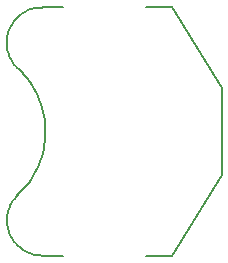
<source format=gbo>
G75*
G70*
%OFA0B0*%
%FSLAX24Y24*%
%IPPOS*%
%LPD*%
%AMOC8*
5,1,8,0,0,1.08239X$1,22.5*
%
%ADD10C,0.0080*%
D10*
X002072Y001022D02*
X002780Y001022D01*
X002072Y001022D02*
X002004Y001024D01*
X001938Y001031D01*
X001871Y001041D01*
X001806Y001055D01*
X001741Y001072D01*
X001677Y001093D01*
X001615Y001118D01*
X001554Y001146D01*
X001495Y001178D01*
X001437Y001213D01*
X001382Y001251D01*
X001329Y001293D01*
X001279Y001337D01*
X001231Y001384D01*
X001186Y001434D01*
X001144Y001486D01*
X001105Y001540D01*
X001069Y001597D01*
X001036Y001655D01*
X001006Y001716D01*
X000981Y001778D01*
X000958Y001841D01*
X000940Y001906D01*
X000925Y001971D01*
X000913Y002037D01*
X000906Y002104D01*
X000902Y002171D01*
X000903Y002238D01*
X000907Y002305D01*
X000914Y002372D01*
X000926Y002438D01*
X000941Y002503D01*
X000960Y002567D01*
X000983Y002631D01*
X001009Y002692D01*
X001039Y002753D01*
X001072Y002811D01*
X001108Y002867D01*
X001148Y002922D01*
X001190Y002974D01*
X001236Y003023D01*
X001284Y003070D01*
X001245Y003030D02*
X001345Y003126D01*
X001441Y003227D01*
X001531Y003332D01*
X001617Y003442D01*
X001697Y003556D01*
X001771Y003673D01*
X001839Y003794D01*
X001902Y003918D01*
X001959Y004045D01*
X002009Y004174D01*
X002053Y004306D01*
X002091Y004440D01*
X002122Y004575D01*
X002147Y004712D01*
X002165Y004850D01*
X002176Y004988D01*
X002181Y005127D01*
X002179Y005266D01*
X002170Y005405D01*
X002155Y005543D01*
X002133Y005680D01*
X002104Y005816D01*
X002069Y005950D01*
X002027Y006083D01*
X001979Y006213D01*
X001925Y006341D01*
X001864Y006466D01*
X001798Y006589D01*
X001726Y006707D01*
X001648Y006822D01*
X001565Y006934D01*
X001476Y007041D01*
X001383Y007144D01*
X001284Y007242D01*
X001235Y007289D01*
X001188Y007337D01*
X001144Y007389D01*
X001103Y007443D01*
X001065Y007499D01*
X001031Y007558D01*
X001000Y007618D01*
X000972Y007680D01*
X000949Y007743D01*
X000929Y007808D01*
X000912Y007874D01*
X000900Y007941D01*
X000891Y008008D01*
X000887Y008075D01*
X000886Y008143D01*
X000889Y008211D01*
X000897Y008278D01*
X000908Y008345D01*
X000923Y008411D01*
X000941Y008476D01*
X000964Y008540D01*
X000990Y008603D01*
X001020Y008664D01*
X001053Y008723D01*
X001090Y008780D01*
X001129Y008835D01*
X001172Y008887D01*
X001218Y008937D01*
X001267Y008984D01*
X001318Y009028D01*
X001372Y009069D01*
X001428Y009107D01*
X001487Y009142D01*
X001547Y009173D01*
X001609Y009201D01*
X001672Y009225D01*
X001737Y009245D01*
X001802Y009262D01*
X001869Y009274D01*
X001936Y009283D01*
X002004Y009288D01*
X002071Y009289D01*
X002072Y009290D02*
X002780Y009290D01*
X005536Y009290D02*
X006403Y009290D01*
X008056Y006612D01*
X008056Y003699D01*
X006403Y001022D01*
X005536Y001022D01*
M02*

</source>
